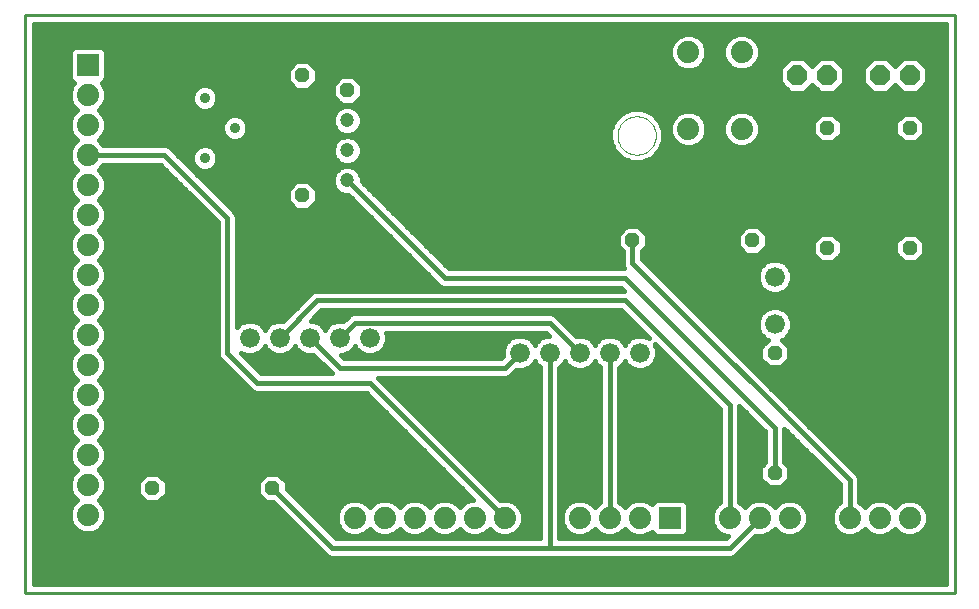
<source format=gtl>
G75*
G70*
%OFA0B0*%
%FSLAX24Y24*%
%IPPOS*%
%LPD*%
%AMOC8*
5,1,8,0,0,1.08239X$1,22.5*
%
%ADD10C,0.0100*%
%ADD11C,0.0360*%
%ADD12OC8,0.0480*%
%ADD13C,0.0660*%
%ADD14OC8,0.0472*%
%ADD15C,0.0472*%
%ADD16C,0.0000*%
%ADD17C,0.0740*%
%ADD18R,0.0740X0.0740*%
%ADD19OC8,0.0660*%
%ADD20C,0.0160*%
D10*
X004500Y000180D02*
X035500Y000180D01*
X035500Y019430D01*
X004500Y019430D01*
X004500Y000180D01*
D11*
X010500Y014680D03*
X011500Y015680D03*
X010500Y016680D03*
D12*
X013750Y017430D03*
X013750Y013430D03*
X024750Y011930D03*
X028750Y011930D03*
X031250Y011680D03*
X034000Y011680D03*
X029500Y008180D03*
X029500Y004180D03*
X012750Y003680D03*
X008750Y003680D03*
X031250Y015680D03*
X034000Y015680D03*
D13*
X029500Y010717D03*
X029500Y009143D03*
X025000Y008180D03*
X024000Y008180D03*
X023000Y008180D03*
X022000Y008180D03*
X021000Y008180D03*
X016000Y008680D03*
X015000Y008680D03*
X014000Y008680D03*
X013000Y008680D03*
X012000Y008680D03*
D14*
X015250Y016930D03*
D15*
X015250Y015930D03*
X015250Y014930D03*
X015250Y013930D03*
D16*
X024256Y015430D02*
X024258Y015480D01*
X024264Y015530D01*
X024274Y015579D01*
X024287Y015628D01*
X024305Y015675D01*
X024326Y015721D01*
X024350Y015764D01*
X024378Y015806D01*
X024409Y015846D01*
X024443Y015883D01*
X024480Y015917D01*
X024520Y015948D01*
X024562Y015976D01*
X024605Y016000D01*
X024651Y016021D01*
X024698Y016039D01*
X024747Y016052D01*
X024796Y016062D01*
X024846Y016068D01*
X024896Y016070D01*
X024946Y016068D01*
X024996Y016062D01*
X025045Y016052D01*
X025094Y016039D01*
X025141Y016021D01*
X025187Y016000D01*
X025230Y015976D01*
X025272Y015948D01*
X025312Y015917D01*
X025349Y015883D01*
X025383Y015846D01*
X025414Y015806D01*
X025442Y015764D01*
X025466Y015721D01*
X025487Y015675D01*
X025505Y015628D01*
X025518Y015579D01*
X025528Y015530D01*
X025534Y015480D01*
X025536Y015430D01*
X025534Y015380D01*
X025528Y015330D01*
X025518Y015281D01*
X025505Y015232D01*
X025487Y015185D01*
X025466Y015139D01*
X025442Y015096D01*
X025414Y015054D01*
X025383Y015014D01*
X025349Y014977D01*
X025312Y014943D01*
X025272Y014912D01*
X025230Y014884D01*
X025187Y014860D01*
X025141Y014839D01*
X025094Y014821D01*
X025045Y014808D01*
X024996Y014798D01*
X024946Y014792D01*
X024896Y014790D01*
X024846Y014792D01*
X024796Y014798D01*
X024747Y014808D01*
X024698Y014821D01*
X024651Y014839D01*
X024605Y014860D01*
X024562Y014884D01*
X024520Y014912D01*
X024480Y014943D01*
X024443Y014977D01*
X024409Y015014D01*
X024378Y015054D01*
X024350Y015096D01*
X024326Y015139D01*
X024305Y015185D01*
X024287Y015232D01*
X024274Y015281D01*
X024264Y015330D01*
X024258Y015380D01*
X024256Y015430D01*
D17*
X026610Y015650D03*
X028390Y015650D03*
X028390Y018210D03*
X026610Y018210D03*
X006602Y016778D03*
X006602Y015778D03*
X006602Y014778D03*
X006602Y013778D03*
X006602Y012778D03*
X006602Y011778D03*
X006602Y010778D03*
X006602Y009778D03*
X006602Y008778D03*
X006602Y007778D03*
X006602Y006778D03*
X006602Y005778D03*
X006602Y004778D03*
X006602Y003778D03*
X006602Y002778D03*
X015500Y002680D03*
X016500Y002680D03*
X017500Y002680D03*
X018500Y002680D03*
X019500Y002680D03*
X020500Y002680D03*
X023000Y002680D03*
X024000Y002680D03*
X025000Y002680D03*
X028000Y002680D03*
X029000Y002680D03*
X030000Y002680D03*
X032000Y002680D03*
X033000Y002680D03*
X034000Y002680D03*
D18*
X026000Y002680D03*
X006602Y017778D03*
D19*
X030250Y017430D03*
X031250Y017430D03*
X033000Y017430D03*
X034000Y017430D03*
D20*
X034570Y017457D02*
X035210Y017457D01*
X035210Y017615D02*
X034570Y017615D01*
X034570Y017666D02*
X034236Y018000D01*
X033764Y018000D01*
X033500Y017736D01*
X033236Y018000D01*
X032764Y018000D01*
X032430Y017666D01*
X032430Y017194D01*
X032764Y016860D01*
X033236Y016860D01*
X033500Y017124D01*
X033764Y016860D01*
X034236Y016860D01*
X034570Y017194D01*
X034570Y017666D01*
X034463Y017774D02*
X035210Y017774D01*
X035210Y017932D02*
X034304Y017932D01*
X033696Y017932D02*
X033304Y017932D01*
X033463Y017774D02*
X033537Y017774D01*
X032696Y017932D02*
X031554Y017932D01*
X031486Y018000D02*
X031014Y018000D01*
X030750Y017736D01*
X030486Y018000D01*
X030014Y018000D01*
X029680Y017666D01*
X029680Y017194D01*
X030014Y016860D01*
X030486Y016860D01*
X030750Y017124D01*
X031014Y016860D01*
X031486Y016860D01*
X031820Y017194D01*
X031820Y017666D01*
X031486Y018000D01*
X031713Y017774D02*
X032537Y017774D01*
X032430Y017615D02*
X031820Y017615D01*
X031820Y017457D02*
X032430Y017457D01*
X032430Y017298D02*
X031820Y017298D01*
X031766Y017140D02*
X032484Y017140D01*
X032643Y016981D02*
X031607Y016981D01*
X030893Y016981D02*
X030607Y016981D01*
X029893Y016981D02*
X015726Y016981D01*
X015726Y017127D02*
X015726Y016733D01*
X015447Y016454D01*
X015053Y016454D01*
X014774Y016733D01*
X014774Y017127D01*
X015053Y017406D01*
X015447Y017406D01*
X015726Y017127D01*
X015714Y017140D02*
X029734Y017140D01*
X029680Y017298D02*
X015555Y017298D01*
X014945Y017298D02*
X014230Y017298D01*
X014230Y017231D02*
X013949Y016950D01*
X013551Y016950D01*
X013270Y017231D01*
X013270Y017629D01*
X013551Y017910D01*
X013949Y017910D01*
X014230Y017629D01*
X014230Y017231D01*
X014138Y017140D02*
X014786Y017140D01*
X014774Y016981D02*
X013980Y016981D01*
X013520Y016981D02*
X010793Y016981D01*
X010738Y017036D02*
X010584Y017100D01*
X010416Y017100D01*
X010262Y017036D01*
X010144Y016918D01*
X010080Y016764D01*
X010080Y016596D01*
X010144Y016442D01*
X010262Y016324D01*
X010416Y016260D01*
X010584Y016260D01*
X010738Y016324D01*
X010856Y016442D01*
X010920Y016596D01*
X010920Y016764D01*
X010856Y016918D01*
X010738Y017036D01*
X010896Y016823D02*
X014774Y016823D01*
X014842Y016664D02*
X010920Y016664D01*
X010882Y016506D02*
X015001Y016506D01*
X015012Y016347D02*
X010761Y016347D01*
X011262Y016036D02*
X011416Y016100D01*
X011584Y016100D01*
X011738Y016036D01*
X011856Y015918D01*
X011920Y015764D01*
X011920Y015596D01*
X011856Y015442D01*
X011738Y015324D01*
X011584Y015260D01*
X011416Y015260D01*
X011262Y015324D01*
X011144Y015442D01*
X011080Y015596D01*
X011080Y015764D01*
X011144Y015918D01*
X011262Y016036D01*
X011256Y016030D02*
X007158Y016030D01*
X007119Y016124D02*
X007212Y015900D01*
X007212Y015657D01*
X007119Y015433D01*
X006965Y015278D01*
X007119Y015124D01*
X007130Y015098D01*
X009215Y015098D01*
X009333Y015050D01*
X009423Y014960D01*
X009423Y014960D01*
X011431Y012951D01*
X011521Y012861D01*
X011570Y012744D01*
X011570Y009056D01*
X011677Y009163D01*
X011887Y009250D01*
X012113Y009250D01*
X012323Y009163D01*
X012483Y009003D01*
X012500Y008962D01*
X012517Y009003D01*
X012677Y009163D01*
X012887Y009250D01*
X013113Y009250D01*
X013116Y009249D01*
X013979Y010111D01*
X014069Y010201D01*
X014186Y010250D01*
X024477Y010250D01*
X024367Y010360D01*
X018436Y010360D01*
X018319Y010409D01*
X015274Y013454D01*
X015155Y013454D01*
X014980Y013526D01*
X014846Y013660D01*
X014774Y013835D01*
X014774Y014025D01*
X014846Y014200D01*
X014980Y014334D01*
X015155Y014406D01*
X015345Y014406D01*
X015520Y014334D01*
X015654Y014200D01*
X015726Y014025D01*
X015726Y013906D01*
X018633Y011000D01*
X024478Y011000D01*
X024430Y011116D01*
X024430Y011571D01*
X024270Y011731D01*
X024270Y012129D01*
X024551Y012410D01*
X024949Y012410D01*
X025230Y012129D01*
X025230Y011731D01*
X025070Y011571D01*
X025070Y011313D01*
X032181Y004201D01*
X032271Y004111D01*
X032320Y003994D01*
X032320Y003208D01*
X032346Y003197D01*
X032500Y003043D01*
X032654Y003197D01*
X032879Y003290D01*
X033121Y003290D01*
X033346Y003197D01*
X033500Y003043D01*
X033654Y003197D01*
X033879Y003290D01*
X034121Y003290D01*
X034346Y003197D01*
X034517Y003026D01*
X034610Y002801D01*
X034610Y002559D01*
X034517Y002334D01*
X034346Y002163D01*
X034121Y002070D01*
X033879Y002070D01*
X033654Y002163D01*
X033500Y002317D01*
X033346Y002163D01*
X033121Y002070D01*
X032879Y002070D01*
X032654Y002163D01*
X032500Y002317D01*
X032346Y002163D01*
X032121Y002070D01*
X031879Y002070D01*
X031654Y002163D01*
X031483Y002334D01*
X031390Y002559D01*
X031390Y002801D01*
X031483Y003026D01*
X031654Y003197D01*
X031680Y003208D01*
X031680Y003797D01*
X029820Y005657D01*
X029820Y004539D01*
X029980Y004379D01*
X029980Y003981D01*
X029699Y003700D01*
X029301Y003700D01*
X029020Y003981D01*
X029020Y004379D01*
X029180Y004539D01*
X029180Y005547D01*
X028320Y006407D01*
X028320Y003208D01*
X028346Y003197D01*
X028500Y003043D01*
X028654Y003197D01*
X028879Y003290D01*
X029121Y003290D01*
X029346Y003197D01*
X029500Y003043D01*
X029654Y003197D01*
X029879Y003290D01*
X030121Y003290D01*
X030346Y003197D01*
X030517Y003026D01*
X030610Y002801D01*
X030610Y002559D01*
X030517Y002334D01*
X030346Y002163D01*
X030121Y002070D01*
X029879Y002070D01*
X029654Y002163D01*
X029500Y002317D01*
X029346Y002163D01*
X029121Y002070D01*
X028879Y002070D01*
X028853Y002081D01*
X028271Y001499D01*
X028181Y001409D01*
X028064Y001360D01*
X014686Y001360D01*
X014569Y001409D01*
X014479Y001499D01*
X012777Y003200D01*
X012551Y003200D01*
X012270Y003481D01*
X012270Y003879D01*
X012551Y004160D01*
X012949Y004160D01*
X013230Y003879D01*
X013230Y003653D01*
X014883Y002000D01*
X021680Y002000D01*
X021680Y007696D01*
X021677Y007697D01*
X021517Y007857D01*
X021500Y007898D01*
X021483Y007857D01*
X021323Y007697D01*
X021113Y007610D01*
X020887Y007610D01*
X020884Y007611D01*
X020771Y007499D01*
X020681Y007409D01*
X020564Y007360D01*
X016273Y007360D01*
X020353Y003279D01*
X020379Y003290D01*
X020621Y003290D01*
X020846Y003197D01*
X021017Y003026D01*
X021110Y002801D01*
X021110Y002559D01*
X021017Y002334D01*
X020846Y002163D01*
X020621Y002070D01*
X020379Y002070D01*
X020154Y002163D01*
X020000Y002317D01*
X019846Y002163D01*
X019621Y002070D01*
X019379Y002070D01*
X019154Y002163D01*
X019000Y002317D01*
X018846Y002163D01*
X018621Y002070D01*
X018379Y002070D01*
X018154Y002163D01*
X018000Y002317D01*
X017846Y002163D01*
X017621Y002070D01*
X017379Y002070D01*
X017154Y002163D01*
X017000Y002317D01*
X016846Y002163D01*
X016621Y002070D01*
X016379Y002070D01*
X016154Y002163D01*
X016000Y002317D01*
X015846Y002163D01*
X015621Y002070D01*
X015379Y002070D01*
X015154Y002163D01*
X014983Y002334D01*
X014890Y002559D01*
X014890Y002801D01*
X014983Y003026D01*
X015154Y003197D01*
X015379Y003290D01*
X015621Y003290D01*
X015846Y003197D01*
X016000Y003043D01*
X016154Y003197D01*
X016379Y003290D01*
X016621Y003290D01*
X016846Y003197D01*
X017000Y003043D01*
X017154Y003197D01*
X017379Y003290D01*
X017621Y003290D01*
X017846Y003197D01*
X018000Y003043D01*
X018154Y003197D01*
X018379Y003290D01*
X018621Y003290D01*
X018846Y003197D01*
X019000Y003043D01*
X019154Y003197D01*
X019379Y003290D01*
X019437Y003290D01*
X015867Y006860D01*
X012186Y006860D01*
X012069Y006909D01*
X011979Y006999D01*
X010979Y007999D01*
X010930Y008116D01*
X010930Y012547D01*
X009019Y014458D01*
X007130Y014458D01*
X007119Y014433D01*
X006965Y014278D01*
X007119Y014124D01*
X007212Y013900D01*
X007212Y013657D01*
X007119Y013433D01*
X006965Y013278D01*
X007119Y013124D01*
X007212Y012900D01*
X007212Y012657D01*
X007119Y012433D01*
X006965Y012278D01*
X007119Y012124D01*
X007212Y011900D01*
X007212Y011657D01*
X007119Y011433D01*
X006965Y011278D01*
X007119Y011124D01*
X007212Y010900D01*
X007212Y010657D01*
X007119Y010433D01*
X006965Y010278D01*
X007119Y010124D01*
X007212Y009900D01*
X007212Y009657D01*
X007119Y009433D01*
X006965Y009278D01*
X007119Y009124D01*
X007212Y008900D01*
X007212Y008657D01*
X007119Y008433D01*
X006965Y008278D01*
X007119Y008124D01*
X007212Y007900D01*
X007212Y007657D01*
X007119Y007433D01*
X006965Y007278D01*
X007119Y007124D01*
X007212Y006900D01*
X007212Y006657D01*
X007119Y006433D01*
X006965Y006278D01*
X007119Y006124D01*
X007212Y005900D01*
X007212Y005657D01*
X007119Y005433D01*
X006965Y005278D01*
X007119Y005124D01*
X007212Y004900D01*
X007212Y004657D01*
X007119Y004433D01*
X006965Y004278D01*
X007119Y004124D01*
X007212Y003900D01*
X007212Y003657D01*
X007119Y003433D01*
X006965Y003278D01*
X007119Y003124D01*
X007212Y002900D01*
X007212Y002657D01*
X007119Y002433D01*
X006948Y002261D01*
X006724Y002168D01*
X006481Y002168D01*
X006257Y002261D01*
X006085Y002433D01*
X005992Y002657D01*
X005992Y002900D01*
X006085Y003124D01*
X006240Y003278D01*
X006085Y003433D01*
X005992Y003657D01*
X005992Y003900D01*
X006085Y004124D01*
X006240Y004278D01*
X006085Y004433D01*
X005992Y004657D01*
X005992Y004900D01*
X006085Y005124D01*
X006240Y005278D01*
X006085Y005433D01*
X005992Y005657D01*
X005992Y005900D01*
X006085Y006124D01*
X006240Y006278D01*
X006085Y006433D01*
X005992Y006657D01*
X005992Y006900D01*
X006085Y007124D01*
X006240Y007278D01*
X006085Y007433D01*
X005992Y007657D01*
X005992Y007900D01*
X006085Y008124D01*
X006240Y008278D01*
X006085Y008433D01*
X005992Y008657D01*
X005992Y008900D01*
X006085Y009124D01*
X006240Y009278D01*
X006085Y009433D01*
X005992Y009657D01*
X005992Y009900D01*
X006085Y010124D01*
X006240Y010278D01*
X006085Y010433D01*
X005992Y010657D01*
X005992Y010900D01*
X006085Y011124D01*
X006240Y011278D01*
X006085Y011433D01*
X005992Y011657D01*
X005992Y011900D01*
X006085Y012124D01*
X006240Y012278D01*
X006085Y012433D01*
X005992Y012657D01*
X005992Y012900D01*
X006085Y013124D01*
X006240Y013278D01*
X006085Y013433D01*
X005992Y013657D01*
X005992Y013900D01*
X006085Y014124D01*
X006240Y014278D01*
X006085Y014433D01*
X005992Y014657D01*
X005992Y014900D01*
X006085Y015124D01*
X006240Y015278D01*
X006085Y015433D01*
X005992Y015657D01*
X005992Y015900D01*
X006085Y016124D01*
X006240Y016278D01*
X006085Y016433D01*
X005992Y016657D01*
X005992Y016900D01*
X006085Y017124D01*
X006146Y017185D01*
X006096Y017205D01*
X006029Y017272D01*
X005992Y017361D01*
X005992Y018196D01*
X006029Y018284D01*
X006096Y018352D01*
X006185Y018388D01*
X007020Y018388D01*
X007108Y018352D01*
X007176Y018284D01*
X007212Y018196D01*
X007212Y017361D01*
X007176Y017272D01*
X007108Y017205D01*
X007059Y017185D01*
X007119Y017124D01*
X007212Y016900D01*
X007212Y016657D01*
X007119Y016433D01*
X006965Y016278D01*
X007119Y016124D01*
X007055Y016189D02*
X014842Y016189D01*
X014846Y016200D02*
X014774Y016025D01*
X014774Y015835D01*
X014846Y015660D01*
X014980Y015526D01*
X015155Y015454D01*
X015345Y015454D01*
X015520Y015526D01*
X015654Y015660D01*
X015726Y015835D01*
X015726Y016025D01*
X015654Y016200D01*
X015520Y016334D01*
X015345Y016406D01*
X015155Y016406D01*
X014980Y016334D01*
X014846Y016200D01*
X014776Y016030D02*
X011744Y016030D01*
X011875Y015872D02*
X014774Y015872D01*
X014824Y015713D02*
X011920Y015713D01*
X011903Y015555D02*
X014952Y015555D01*
X014980Y015334D02*
X014846Y015200D01*
X014774Y015025D01*
X014774Y014835D01*
X014846Y014660D01*
X014980Y014526D01*
X015155Y014454D01*
X015345Y014454D01*
X015520Y014526D01*
X015654Y014660D01*
X015726Y014835D01*
X015726Y015025D01*
X015654Y015200D01*
X015520Y015334D01*
X015345Y015406D01*
X015155Y015406D01*
X014980Y015334D01*
X014884Y015238D02*
X007006Y015238D01*
X007083Y015396D02*
X011190Y015396D01*
X011097Y015555D02*
X007170Y015555D01*
X007212Y015713D02*
X011080Y015713D01*
X011125Y015872D02*
X007212Y015872D01*
X007034Y016347D02*
X010239Y016347D01*
X010118Y016506D02*
X007150Y016506D01*
X007212Y016664D02*
X010080Y016664D01*
X010104Y016823D02*
X007212Y016823D01*
X007179Y016981D02*
X010207Y016981D01*
X011810Y015396D02*
X015131Y015396D01*
X015369Y015396D02*
X024016Y015396D01*
X024016Y015255D02*
X024150Y014932D01*
X024397Y014684D01*
X024721Y014550D01*
X025071Y014550D01*
X025394Y014684D01*
X025641Y014932D01*
X025775Y015255D01*
X025775Y015605D01*
X025641Y015928D01*
X025394Y016176D01*
X025071Y016310D01*
X024721Y016310D01*
X024397Y016176D01*
X024150Y015928D01*
X024016Y015605D01*
X024016Y015255D01*
X024023Y015238D02*
X015616Y015238D01*
X015704Y015079D02*
X024089Y015079D01*
X024161Y014921D02*
X015726Y014921D01*
X015696Y014762D02*
X024319Y014762D01*
X024592Y014604D02*
X015597Y014604D01*
X015567Y014287D02*
X035210Y014287D01*
X035210Y014445D02*
X010857Y014445D01*
X010856Y014442D02*
X010920Y014596D01*
X010920Y014764D01*
X010856Y014918D01*
X010738Y015036D01*
X010584Y015100D01*
X010416Y015100D01*
X010262Y015036D01*
X010144Y014918D01*
X010080Y014764D01*
X010080Y014596D01*
X010144Y014442D01*
X010262Y014324D01*
X010416Y014260D01*
X010584Y014260D01*
X010738Y014324D01*
X010856Y014442D01*
X010920Y014604D02*
X014903Y014604D01*
X014804Y014762D02*
X010920Y014762D01*
X010853Y014921D02*
X014774Y014921D01*
X014796Y015079D02*
X010634Y015079D01*
X010366Y015079D02*
X009262Y015079D01*
X009462Y014921D02*
X010147Y014921D01*
X010080Y014762D02*
X009621Y014762D01*
X009779Y014604D02*
X010080Y014604D01*
X010143Y014445D02*
X009938Y014445D01*
X010096Y014287D02*
X010352Y014287D01*
X010255Y014128D02*
X014817Y014128D01*
X014774Y013970D02*
X010413Y013970D01*
X010572Y013811D02*
X013452Y013811D01*
X013551Y013910D02*
X013270Y013629D01*
X013270Y013231D01*
X013551Y012950D01*
X013949Y012950D01*
X014230Y013231D01*
X014230Y013629D01*
X013949Y013910D01*
X013551Y013910D01*
X013294Y013653D02*
X010730Y013653D01*
X010889Y013494D02*
X013270Y013494D01*
X013270Y013336D02*
X011047Y013336D01*
X011206Y013177D02*
X013324Y013177D01*
X013483Y013019D02*
X011364Y013019D01*
X011522Y012860D02*
X015867Y012860D01*
X015709Y013019D02*
X014017Y013019D01*
X014176Y013177D02*
X015550Y013177D01*
X015392Y013336D02*
X014230Y013336D01*
X014230Y013494D02*
X015058Y013494D01*
X014854Y013653D02*
X014206Y013653D01*
X014048Y013811D02*
X014784Y013811D01*
X015250Y013930D02*
X018500Y010680D01*
X024500Y010680D01*
X029500Y005680D01*
X029500Y004180D01*
X029020Y004143D02*
X028320Y004143D01*
X028320Y004301D02*
X029020Y004301D01*
X029101Y004460D02*
X028320Y004460D01*
X028320Y004618D02*
X029180Y004618D01*
X029180Y004777D02*
X028320Y004777D01*
X028320Y004935D02*
X029180Y004935D01*
X029180Y005094D02*
X028320Y005094D01*
X028320Y005252D02*
X029180Y005252D01*
X029180Y005411D02*
X028320Y005411D01*
X028320Y005569D02*
X029158Y005569D01*
X029000Y005728D02*
X028320Y005728D01*
X028320Y005886D02*
X028841Y005886D01*
X028683Y006045D02*
X028320Y006045D01*
X028320Y006203D02*
X028524Y006203D01*
X028366Y006362D02*
X028320Y006362D01*
X028000Y006430D02*
X028000Y002680D01*
X027577Y002241D02*
X026601Y002241D01*
X026610Y002262D02*
X026610Y003098D01*
X026573Y003186D01*
X026506Y003253D01*
X026418Y003290D01*
X025582Y003290D01*
X025494Y003253D01*
X025427Y003186D01*
X025406Y003137D01*
X025346Y003197D01*
X025121Y003290D01*
X024879Y003290D01*
X024654Y003197D01*
X024500Y003043D01*
X024346Y003197D01*
X024320Y003208D01*
X024320Y007696D01*
X024323Y007697D01*
X024483Y007857D01*
X024500Y007898D01*
X024517Y007857D01*
X024677Y007697D01*
X024887Y007610D01*
X025113Y007610D01*
X025323Y007697D01*
X025483Y007857D01*
X025570Y008067D01*
X025570Y008293D01*
X025489Y008488D01*
X027680Y006297D01*
X027680Y003208D01*
X027654Y003197D01*
X027483Y003026D01*
X027390Y002801D01*
X027390Y002559D01*
X027483Y002334D01*
X027654Y002163D01*
X027879Y002070D01*
X027937Y002070D01*
X027867Y002000D01*
X022320Y002000D01*
X022320Y007696D01*
X022323Y007697D01*
X022483Y007857D01*
X022500Y007898D01*
X022517Y007857D01*
X022677Y007697D01*
X022887Y007610D01*
X023113Y007610D01*
X023323Y007697D01*
X023483Y007857D01*
X023500Y007898D01*
X023517Y007857D01*
X023677Y007697D01*
X023680Y007696D01*
X023680Y003208D01*
X023654Y003197D01*
X023500Y003043D01*
X023346Y003197D01*
X023121Y003290D01*
X022879Y003290D01*
X022654Y003197D01*
X022483Y003026D01*
X022390Y002801D01*
X022390Y002559D01*
X022483Y002334D01*
X022654Y002163D01*
X022879Y002070D01*
X023121Y002070D01*
X023346Y002163D01*
X023500Y002317D01*
X023654Y002163D01*
X023879Y002070D01*
X024121Y002070D01*
X024346Y002163D01*
X024500Y002317D01*
X024654Y002163D01*
X024879Y002070D01*
X025121Y002070D01*
X025346Y002163D01*
X025406Y002223D01*
X025427Y002174D01*
X025494Y002107D01*
X025582Y002070D01*
X026418Y002070D01*
X026506Y002107D01*
X026573Y002174D01*
X026610Y002262D01*
X026610Y002399D02*
X027456Y002399D01*
X027390Y002558D02*
X026610Y002558D01*
X026610Y002716D02*
X027390Y002716D01*
X027420Y002875D02*
X026610Y002875D01*
X026610Y003033D02*
X027490Y003033D01*
X027649Y003192D02*
X026568Y003192D01*
X027680Y003350D02*
X024320Y003350D01*
X024320Y003509D02*
X027680Y003509D01*
X027680Y003667D02*
X024320Y003667D01*
X024320Y003826D02*
X027680Y003826D01*
X027680Y003984D02*
X024320Y003984D01*
X024320Y004143D02*
X027680Y004143D01*
X027680Y004301D02*
X024320Y004301D01*
X024320Y004460D02*
X027680Y004460D01*
X027680Y004618D02*
X024320Y004618D01*
X024320Y004777D02*
X027680Y004777D01*
X027680Y004935D02*
X024320Y004935D01*
X024320Y005094D02*
X027680Y005094D01*
X027680Y005252D02*
X024320Y005252D01*
X024320Y005411D02*
X027680Y005411D01*
X027680Y005569D02*
X024320Y005569D01*
X024320Y005728D02*
X027680Y005728D01*
X027680Y005886D02*
X024320Y005886D01*
X024320Y006045D02*
X027680Y006045D01*
X027680Y006203D02*
X024320Y006203D01*
X024320Y006362D02*
X027616Y006362D01*
X027457Y006520D02*
X024320Y006520D01*
X024320Y006679D02*
X027299Y006679D01*
X027140Y006837D02*
X024320Y006837D01*
X024320Y006996D02*
X026982Y006996D01*
X026823Y007154D02*
X024320Y007154D01*
X024320Y007313D02*
X026665Y007313D01*
X026506Y007471D02*
X024320Y007471D01*
X024320Y007630D02*
X024840Y007630D01*
X024586Y007788D02*
X024414Y007788D01*
X024000Y008180D02*
X024000Y002680D01*
X024423Y002241D02*
X024577Y002241D01*
X024850Y002082D02*
X024150Y002082D01*
X023850Y002082D02*
X023150Y002082D01*
X022850Y002082D02*
X022320Y002082D01*
X022320Y002241D02*
X022577Y002241D01*
X022456Y002399D02*
X022320Y002399D01*
X022320Y002558D02*
X022390Y002558D01*
X022390Y002716D02*
X022320Y002716D01*
X022320Y002875D02*
X022420Y002875D01*
X022490Y003033D02*
X022320Y003033D01*
X022320Y003192D02*
X022649Y003192D01*
X022320Y003350D02*
X023680Y003350D01*
X023680Y003509D02*
X022320Y003509D01*
X022320Y003667D02*
X023680Y003667D01*
X023680Y003826D02*
X022320Y003826D01*
X022320Y003984D02*
X023680Y003984D01*
X023680Y004143D02*
X022320Y004143D01*
X022320Y004301D02*
X023680Y004301D01*
X023680Y004460D02*
X022320Y004460D01*
X022320Y004618D02*
X023680Y004618D01*
X023680Y004777D02*
X022320Y004777D01*
X022320Y004935D02*
X023680Y004935D01*
X023680Y005094D02*
X022320Y005094D01*
X022320Y005252D02*
X023680Y005252D01*
X023680Y005411D02*
X022320Y005411D01*
X022320Y005569D02*
X023680Y005569D01*
X023680Y005728D02*
X022320Y005728D01*
X022320Y005886D02*
X023680Y005886D01*
X023680Y006045D02*
X022320Y006045D01*
X022320Y006203D02*
X023680Y006203D01*
X023680Y006362D02*
X022320Y006362D01*
X022320Y006520D02*
X023680Y006520D01*
X023680Y006679D02*
X022320Y006679D01*
X022320Y006837D02*
X023680Y006837D01*
X023680Y006996D02*
X022320Y006996D01*
X022320Y007154D02*
X023680Y007154D01*
X023680Y007313D02*
X022320Y007313D01*
X022320Y007471D02*
X023680Y007471D01*
X023680Y007630D02*
X023160Y007630D01*
X023414Y007788D02*
X023586Y007788D01*
X023000Y008180D02*
X022000Y009180D01*
X015500Y009180D01*
X015000Y008680D01*
X015390Y008264D02*
X015610Y008264D01*
X015677Y008197D02*
X015517Y008357D01*
X015500Y008398D01*
X015483Y008357D01*
X015323Y008197D01*
X015113Y008110D01*
X015023Y008110D01*
X015133Y008000D01*
X020367Y008000D01*
X020431Y008064D01*
X020430Y008067D01*
X020430Y008293D01*
X020517Y008503D01*
X020677Y008663D01*
X020887Y008750D01*
X021113Y008750D01*
X021323Y008663D01*
X021483Y008503D01*
X021500Y008462D01*
X021517Y008503D01*
X021677Y008663D01*
X021887Y008750D01*
X021977Y008750D01*
X021867Y008860D01*
X016542Y008860D01*
X016570Y008793D01*
X016570Y008567D01*
X016483Y008357D01*
X016323Y008197D01*
X016113Y008110D01*
X015887Y008110D01*
X015677Y008197D01*
X015028Y008105D02*
X020430Y008105D01*
X020430Y008264D02*
X016390Y008264D01*
X016510Y008422D02*
X020483Y008422D01*
X020594Y008581D02*
X016570Y008581D01*
X016570Y008739D02*
X020860Y008739D01*
X021140Y008739D02*
X021860Y008739D01*
X021594Y008581D02*
X021406Y008581D01*
X021000Y008180D02*
X020500Y007680D01*
X015000Y007680D01*
X014000Y008680D01*
X014500Y008962D02*
X014483Y009003D01*
X014323Y009163D01*
X014113Y009250D01*
X014023Y009250D01*
X014383Y009610D01*
X024367Y009610D01*
X025308Y008669D01*
X025113Y008750D01*
X024887Y008750D01*
X024677Y008663D01*
X024517Y008503D01*
X024500Y008462D01*
X024483Y008503D01*
X024323Y008663D01*
X024113Y008750D01*
X023887Y008750D01*
X023677Y008663D01*
X023517Y008503D01*
X023500Y008462D01*
X023483Y008503D01*
X023323Y008663D01*
X023113Y008750D01*
X022887Y008750D01*
X022884Y008749D01*
X022181Y009451D01*
X022064Y009500D01*
X015436Y009500D01*
X015319Y009451D01*
X015229Y009361D01*
X015116Y009249D01*
X015113Y009250D01*
X014887Y009250D01*
X014677Y009163D01*
X014517Y009003D01*
X014500Y008962D01*
X014430Y009056D02*
X014570Y009056D01*
X014801Y009215D02*
X014199Y009215D01*
X014146Y009373D02*
X015240Y009373D01*
X014304Y009532D02*
X024446Y009532D01*
X024604Y009373D02*
X022260Y009373D01*
X022418Y009215D02*
X024763Y009215D01*
X024921Y009056D02*
X022577Y009056D01*
X022735Y008898D02*
X025080Y008898D01*
X025140Y008739D02*
X025238Y008739D01*
X024860Y008739D02*
X024140Y008739D01*
X023860Y008739D02*
X023140Y008739D01*
X023406Y008581D02*
X023594Y008581D01*
X024406Y008581D02*
X024594Y008581D01*
X025517Y008422D02*
X025555Y008422D01*
X025570Y008264D02*
X025714Y008264D01*
X025570Y008105D02*
X025872Y008105D01*
X026031Y007947D02*
X025520Y007947D01*
X025414Y007788D02*
X026189Y007788D01*
X026348Y007630D02*
X025160Y007630D01*
X022840Y007630D02*
X022320Y007630D01*
X022414Y007788D02*
X022586Y007788D01*
X022000Y008180D02*
X022000Y001680D01*
X028000Y001680D01*
X029000Y002680D01*
X029423Y002241D02*
X029577Y002241D01*
X029850Y002082D02*
X029150Y002082D01*
X028696Y001924D02*
X035210Y001924D01*
X035210Y002082D02*
X034150Y002082D01*
X033850Y002082D02*
X033150Y002082D01*
X032850Y002082D02*
X032150Y002082D01*
X031850Y002082D02*
X030150Y002082D01*
X030423Y002241D02*
X031577Y002241D01*
X031456Y002399D02*
X030544Y002399D01*
X030610Y002558D02*
X031390Y002558D01*
X031390Y002716D02*
X030610Y002716D01*
X030580Y002875D02*
X031420Y002875D01*
X031490Y003033D02*
X030510Y003033D01*
X030351Y003192D02*
X031649Y003192D01*
X031680Y003350D02*
X028320Y003350D01*
X028320Y003509D02*
X031680Y003509D01*
X031680Y003667D02*
X028320Y003667D01*
X028320Y003826D02*
X029176Y003826D01*
X029020Y003984D02*
X028320Y003984D01*
X028351Y003192D02*
X028649Y003192D01*
X029351Y003192D02*
X029649Y003192D01*
X029824Y003826D02*
X031652Y003826D01*
X031493Y003984D02*
X029980Y003984D01*
X029980Y004143D02*
X031335Y004143D01*
X031176Y004301D02*
X029980Y004301D01*
X029899Y004460D02*
X031018Y004460D01*
X030859Y004618D02*
X029820Y004618D01*
X029820Y004777D02*
X030701Y004777D01*
X030542Y004935D02*
X029820Y004935D01*
X029820Y005094D02*
X030384Y005094D01*
X030225Y005252D02*
X029820Y005252D01*
X029820Y005411D02*
X030067Y005411D01*
X029908Y005569D02*
X029820Y005569D01*
X030338Y006045D02*
X035210Y006045D01*
X035210Y006203D02*
X030180Y006203D01*
X030021Y006362D02*
X035210Y006362D01*
X035210Y006520D02*
X029863Y006520D01*
X029704Y006679D02*
X035210Y006679D01*
X035210Y006837D02*
X029546Y006837D01*
X029387Y006996D02*
X035210Y006996D01*
X035210Y007154D02*
X029229Y007154D01*
X029070Y007313D02*
X035210Y007313D01*
X035210Y007471D02*
X028912Y007471D01*
X028753Y007630D02*
X035210Y007630D01*
X035210Y007788D02*
X029787Y007788D01*
X029699Y007700D02*
X029980Y007981D01*
X029980Y008379D01*
X029736Y008623D01*
X029823Y008659D01*
X029983Y008820D01*
X030070Y009029D01*
X030070Y009256D01*
X029983Y009465D01*
X029823Y009626D01*
X029613Y009713D01*
X029387Y009713D01*
X029177Y009626D01*
X029017Y009465D01*
X028930Y009256D01*
X028930Y009029D01*
X029017Y008820D01*
X029177Y008659D01*
X029264Y008623D01*
X029020Y008379D01*
X029020Y007981D01*
X029301Y007700D01*
X029699Y007700D01*
X029945Y007947D02*
X035210Y007947D01*
X035210Y008105D02*
X029980Y008105D01*
X029980Y008264D02*
X035210Y008264D01*
X035210Y008422D02*
X029937Y008422D01*
X029778Y008581D02*
X035210Y008581D01*
X035210Y008739D02*
X029903Y008739D01*
X030015Y008898D02*
X035210Y008898D01*
X035210Y009056D02*
X030070Y009056D01*
X030070Y009215D02*
X035210Y009215D01*
X035210Y009373D02*
X030022Y009373D01*
X029917Y009532D02*
X035210Y009532D01*
X035210Y009690D02*
X029668Y009690D01*
X029332Y009690D02*
X026693Y009690D01*
X026851Y009532D02*
X029083Y009532D01*
X028978Y009373D02*
X027010Y009373D01*
X027168Y009215D02*
X028930Y009215D01*
X028930Y009056D02*
X027327Y009056D01*
X027485Y008898D02*
X028985Y008898D01*
X029097Y008739D02*
X027644Y008739D01*
X027802Y008581D02*
X029222Y008581D01*
X029063Y008422D02*
X027961Y008422D01*
X028119Y008264D02*
X029020Y008264D01*
X029020Y008105D02*
X028278Y008105D01*
X028436Y007947D02*
X029055Y007947D01*
X029213Y007788D02*
X028595Y007788D01*
X028000Y006430D02*
X024500Y009930D01*
X014250Y009930D01*
X013000Y008680D01*
X013390Y008264D02*
X013610Y008264D01*
X013677Y008197D02*
X013887Y008110D01*
X014113Y008110D01*
X014116Y008111D01*
X014727Y007500D01*
X012383Y007500D01*
X011692Y008191D01*
X011887Y008110D01*
X012113Y008110D01*
X012323Y008197D01*
X012483Y008357D01*
X012500Y008398D01*
X012517Y008357D01*
X012677Y008197D01*
X012887Y008110D01*
X013113Y008110D01*
X013323Y008197D01*
X013483Y008357D01*
X013500Y008398D01*
X013517Y008357D01*
X013677Y008197D01*
X014122Y008105D02*
X011778Y008105D01*
X011936Y007947D02*
X014281Y007947D01*
X014439Y007788D02*
X012095Y007788D01*
X012253Y007630D02*
X014598Y007630D01*
X016000Y007180D02*
X020500Y002680D01*
X021044Y002399D02*
X021680Y002399D01*
X021680Y002241D02*
X020923Y002241D01*
X020650Y002082D02*
X021680Y002082D01*
X022000Y001680D02*
X014750Y001680D01*
X012750Y003680D01*
X012270Y003667D02*
X009230Y003667D01*
X009230Y003509D02*
X012270Y003509D01*
X012401Y003350D02*
X009099Y003350D01*
X009230Y003481D02*
X008949Y003200D01*
X008551Y003200D01*
X008270Y003481D01*
X008270Y003879D01*
X008551Y004160D01*
X008949Y004160D01*
X009230Y003879D01*
X009230Y003481D01*
X009230Y003826D02*
X012270Y003826D01*
X012375Y003984D02*
X009125Y003984D01*
X008966Y004143D02*
X012534Y004143D01*
X012966Y004143D02*
X018585Y004143D01*
X018426Y004301D02*
X006988Y004301D01*
X007101Y004143D02*
X008534Y004143D01*
X008375Y003984D02*
X007177Y003984D01*
X007212Y003826D02*
X008270Y003826D01*
X008270Y003667D02*
X007212Y003667D01*
X007151Y003509D02*
X008270Y003509D01*
X008401Y003350D02*
X007037Y003350D01*
X007052Y003192D02*
X012786Y003192D01*
X012944Y003033D02*
X007157Y003033D01*
X007212Y002875D02*
X013103Y002875D01*
X013261Y002716D02*
X007212Y002716D01*
X007171Y002558D02*
X013420Y002558D01*
X013578Y002399D02*
X007086Y002399D01*
X006898Y002241D02*
X013737Y002241D01*
X013895Y002082D02*
X004790Y002082D01*
X004790Y001924D02*
X014054Y001924D01*
X014212Y001765D02*
X004790Y001765D01*
X004790Y001607D02*
X014371Y001607D01*
X014529Y001448D02*
X004790Y001448D01*
X004790Y001290D02*
X035210Y001290D01*
X035210Y001448D02*
X028221Y001448D01*
X028379Y001607D02*
X035210Y001607D01*
X035210Y001765D02*
X028538Y001765D01*
X027850Y002082D02*
X026447Y002082D01*
X025553Y002082D02*
X025150Y002082D01*
X023577Y002241D02*
X023423Y002241D01*
X023351Y003192D02*
X023649Y003192D01*
X024351Y003192D02*
X024649Y003192D01*
X025351Y003192D02*
X025432Y003192D01*
X021680Y003192D02*
X020851Y003192D01*
X021010Y003033D02*
X021680Y003033D01*
X021680Y002875D02*
X021080Y002875D01*
X021110Y002716D02*
X021680Y002716D01*
X021680Y002558D02*
X021110Y002558D01*
X020350Y002082D02*
X019650Y002082D01*
X019350Y002082D02*
X018650Y002082D01*
X018350Y002082D02*
X017650Y002082D01*
X017350Y002082D02*
X016650Y002082D01*
X016350Y002082D02*
X015650Y002082D01*
X015350Y002082D02*
X014801Y002082D01*
X014642Y002241D02*
X015077Y002241D01*
X014956Y002399D02*
X014484Y002399D01*
X014325Y002558D02*
X014890Y002558D01*
X014890Y002716D02*
X014167Y002716D01*
X014008Y002875D02*
X014920Y002875D01*
X014990Y003033D02*
X013850Y003033D01*
X013691Y003192D02*
X015149Y003192D01*
X015851Y003192D02*
X016149Y003192D01*
X016851Y003192D02*
X017149Y003192D01*
X017851Y003192D02*
X018149Y003192D01*
X018851Y003192D02*
X019149Y003192D01*
X019377Y003350D02*
X013533Y003350D01*
X013374Y003509D02*
X019219Y003509D01*
X019060Y003667D02*
X013230Y003667D01*
X013230Y003826D02*
X018902Y003826D01*
X018743Y003984D02*
X013125Y003984D01*
X015923Y002241D02*
X016077Y002241D01*
X016923Y002241D02*
X017077Y002241D01*
X017923Y002241D02*
X018077Y002241D01*
X018923Y002241D02*
X019077Y002241D01*
X019923Y002241D02*
X020077Y002241D01*
X020283Y003350D02*
X021680Y003350D01*
X021680Y003509D02*
X020124Y003509D01*
X019966Y003667D02*
X021680Y003667D01*
X021680Y003826D02*
X019807Y003826D01*
X019649Y003984D02*
X021680Y003984D01*
X021680Y004143D02*
X019490Y004143D01*
X019332Y004301D02*
X021680Y004301D01*
X021680Y004460D02*
X019173Y004460D01*
X019015Y004618D02*
X021680Y004618D01*
X021680Y004777D02*
X018856Y004777D01*
X018698Y004935D02*
X021680Y004935D01*
X021680Y005094D02*
X018539Y005094D01*
X018381Y005252D02*
X021680Y005252D01*
X021680Y005411D02*
X018222Y005411D01*
X018064Y005569D02*
X021680Y005569D01*
X021680Y005728D02*
X017905Y005728D01*
X017747Y005886D02*
X021680Y005886D01*
X021680Y006045D02*
X017588Y006045D01*
X017430Y006203D02*
X021680Y006203D01*
X021680Y006362D02*
X017271Y006362D01*
X017113Y006520D02*
X021680Y006520D01*
X021680Y006679D02*
X016954Y006679D01*
X016796Y006837D02*
X021680Y006837D01*
X021680Y006996D02*
X016637Y006996D01*
X016479Y007154D02*
X021680Y007154D01*
X021680Y007313D02*
X016320Y007313D01*
X016000Y007180D02*
X012250Y007180D01*
X011250Y008180D01*
X011250Y012680D01*
X009152Y014778D01*
X006602Y014778D01*
X006067Y015079D02*
X004790Y015079D01*
X004790Y014921D02*
X006001Y014921D01*
X005992Y014762D02*
X004790Y014762D01*
X004790Y014604D02*
X006015Y014604D01*
X006080Y014445D02*
X004790Y014445D01*
X004790Y014287D02*
X006232Y014287D01*
X006089Y014128D02*
X004790Y014128D01*
X004790Y013970D02*
X006021Y013970D01*
X005992Y013811D02*
X004790Y013811D01*
X004790Y013653D02*
X005994Y013653D01*
X006060Y013494D02*
X004790Y013494D01*
X004790Y013336D02*
X006183Y013336D01*
X006138Y013177D02*
X004790Y013177D01*
X004790Y013019D02*
X006042Y013019D01*
X005992Y012860D02*
X004790Y012860D01*
X004790Y012702D02*
X005992Y012702D01*
X006040Y012543D02*
X004790Y012543D01*
X004790Y012385D02*
X006134Y012385D01*
X006187Y012226D02*
X004790Y012226D01*
X004790Y012068D02*
X006062Y012068D01*
X005996Y011909D02*
X004790Y011909D01*
X004790Y011751D02*
X005992Y011751D01*
X006019Y011592D02*
X004790Y011592D01*
X004790Y011434D02*
X006085Y011434D01*
X006236Y011275D02*
X004790Y011275D01*
X004790Y011117D02*
X006082Y011117D01*
X006016Y010958D02*
X004790Y010958D01*
X004790Y010800D02*
X005992Y010800D01*
X005999Y010641D02*
X004790Y010641D01*
X004790Y010483D02*
X006065Y010483D01*
X006194Y010324D02*
X004790Y010324D01*
X004790Y010166D02*
X006127Y010166D01*
X006037Y010007D02*
X004790Y010007D01*
X004790Y009849D02*
X005992Y009849D01*
X005992Y009690D02*
X004790Y009690D01*
X004790Y009532D02*
X006044Y009532D01*
X006145Y009373D02*
X004790Y009373D01*
X004790Y009215D02*
X006176Y009215D01*
X006057Y009056D02*
X004790Y009056D01*
X004790Y008898D02*
X005992Y008898D01*
X005992Y008739D02*
X004790Y008739D01*
X004790Y008581D02*
X006024Y008581D01*
X006096Y008422D02*
X004790Y008422D01*
X004790Y008264D02*
X006225Y008264D01*
X006077Y008105D02*
X004790Y008105D01*
X004790Y007947D02*
X006012Y007947D01*
X005992Y007788D02*
X004790Y007788D01*
X004790Y007630D02*
X006004Y007630D01*
X006069Y007471D02*
X004790Y007471D01*
X004790Y007313D02*
X006206Y007313D01*
X006115Y007154D02*
X004790Y007154D01*
X004790Y006996D02*
X006032Y006996D01*
X005992Y006837D02*
X004790Y006837D01*
X004790Y006679D02*
X005992Y006679D01*
X006049Y006520D02*
X004790Y006520D01*
X004790Y006362D02*
X006157Y006362D01*
X006164Y006203D02*
X004790Y006203D01*
X004790Y006045D02*
X006052Y006045D01*
X005992Y005886D02*
X004790Y005886D01*
X004790Y005728D02*
X005992Y005728D01*
X006029Y005569D02*
X004790Y005569D01*
X004790Y005411D02*
X006108Y005411D01*
X006213Y005252D02*
X004790Y005252D01*
X004790Y005094D02*
X006073Y005094D01*
X006007Y004935D02*
X004790Y004935D01*
X004790Y004777D02*
X005992Y004777D01*
X006009Y004618D02*
X004790Y004618D01*
X004790Y004460D02*
X006074Y004460D01*
X006217Y004301D02*
X004790Y004301D01*
X004790Y004143D02*
X006104Y004143D01*
X006027Y003984D02*
X004790Y003984D01*
X004790Y003826D02*
X005992Y003826D01*
X005992Y003667D02*
X004790Y003667D01*
X004790Y003509D02*
X006054Y003509D01*
X006168Y003350D02*
X004790Y003350D01*
X004790Y003192D02*
X006153Y003192D01*
X006048Y003033D02*
X004790Y003033D01*
X004790Y002875D02*
X005992Y002875D01*
X005992Y002716D02*
X004790Y002716D01*
X004790Y002558D02*
X006034Y002558D01*
X006119Y002399D02*
X004790Y002399D01*
X004790Y002241D02*
X006307Y002241D01*
X004790Y001131D02*
X035210Y001131D01*
X035210Y000973D02*
X004790Y000973D01*
X004790Y000814D02*
X035210Y000814D01*
X035210Y000656D02*
X004790Y000656D01*
X004790Y000497D02*
X035210Y000497D01*
X035210Y000470D02*
X004790Y000470D01*
X004790Y019140D01*
X035210Y019140D01*
X035210Y000470D01*
X035210Y002241D02*
X034423Y002241D01*
X034544Y002399D02*
X035210Y002399D01*
X035210Y002558D02*
X034610Y002558D01*
X034610Y002716D02*
X035210Y002716D01*
X035210Y002875D02*
X034580Y002875D01*
X034510Y003033D02*
X035210Y003033D01*
X035210Y003192D02*
X034351Y003192D01*
X033649Y003192D02*
X033351Y003192D01*
X032649Y003192D02*
X032351Y003192D01*
X032320Y003350D02*
X035210Y003350D01*
X035210Y003509D02*
X032320Y003509D01*
X032320Y003667D02*
X035210Y003667D01*
X035210Y003826D02*
X032320Y003826D01*
X032320Y003984D02*
X035210Y003984D01*
X035210Y004143D02*
X032240Y004143D01*
X032082Y004301D02*
X035210Y004301D01*
X035210Y004460D02*
X031923Y004460D01*
X031765Y004618D02*
X035210Y004618D01*
X035210Y004777D02*
X031606Y004777D01*
X031448Y004935D02*
X035210Y004935D01*
X035210Y005094D02*
X031289Y005094D01*
X031131Y005252D02*
X035210Y005252D01*
X035210Y005411D02*
X030972Y005411D01*
X030814Y005569D02*
X035210Y005569D01*
X035210Y005728D02*
X030655Y005728D01*
X030497Y005886D02*
X035210Y005886D01*
X032000Y003930D02*
X032000Y002680D01*
X032423Y002241D02*
X032577Y002241D01*
X033423Y002241D02*
X033577Y002241D01*
X032000Y003930D02*
X024750Y011180D01*
X024750Y011930D01*
X025091Y011592D02*
X028409Y011592D01*
X028270Y011731D02*
X028551Y011450D01*
X028949Y011450D01*
X029230Y011731D01*
X029230Y012129D01*
X028949Y012410D01*
X028551Y012410D01*
X028270Y012129D01*
X028270Y011731D01*
X028270Y011751D02*
X025230Y011751D01*
X025230Y011909D02*
X028270Y011909D01*
X028270Y012068D02*
X025230Y012068D01*
X025133Y012226D02*
X028367Y012226D01*
X028526Y012385D02*
X024974Y012385D01*
X024526Y012385D02*
X017248Y012385D01*
X017090Y012543D02*
X035210Y012543D01*
X035210Y012385D02*
X028974Y012385D01*
X029133Y012226D02*
X035210Y012226D01*
X035210Y012068D02*
X034291Y012068D01*
X034199Y012160D02*
X033801Y012160D01*
X033520Y011879D01*
X033520Y011481D01*
X033801Y011200D01*
X034199Y011200D01*
X034480Y011481D01*
X034480Y011879D01*
X034199Y012160D01*
X033709Y012068D02*
X031541Y012068D01*
X031449Y012160D02*
X031051Y012160D01*
X030770Y011879D01*
X030770Y011481D01*
X031051Y011200D01*
X031449Y011200D01*
X031730Y011481D01*
X031730Y011879D01*
X031449Y012160D01*
X031700Y011909D02*
X033550Y011909D01*
X033520Y011751D02*
X031730Y011751D01*
X031730Y011592D02*
X033520Y011592D01*
X033568Y011434D02*
X031682Y011434D01*
X031524Y011275D02*
X033726Y011275D01*
X034274Y011275D02*
X035210Y011275D01*
X035210Y011117D02*
X029907Y011117D01*
X029983Y011040D02*
X029823Y011201D01*
X029613Y011287D01*
X029387Y011287D01*
X029177Y011201D01*
X029017Y011040D01*
X028930Y010831D01*
X028930Y010604D01*
X029017Y010395D01*
X029177Y010234D01*
X029387Y010147D01*
X029613Y010147D01*
X029823Y010234D01*
X029983Y010395D01*
X030070Y010604D01*
X030070Y010831D01*
X029983Y011040D01*
X030017Y010958D02*
X035210Y010958D01*
X035210Y010800D02*
X030070Y010800D01*
X030070Y010641D02*
X035210Y010641D01*
X035210Y010483D02*
X030020Y010483D01*
X029913Y010324D02*
X035210Y010324D01*
X035210Y010166D02*
X029657Y010166D01*
X029343Y010166D02*
X026217Y010166D01*
X026059Y010324D02*
X029087Y010324D01*
X028980Y010483D02*
X025900Y010483D01*
X025742Y010641D02*
X028930Y010641D01*
X028930Y010800D02*
X025583Y010800D01*
X025425Y010958D02*
X028983Y010958D01*
X029093Y011117D02*
X025266Y011117D01*
X025108Y011275D02*
X029357Y011275D01*
X029643Y011275D02*
X030976Y011275D01*
X030818Y011434D02*
X025070Y011434D01*
X024430Y011434D02*
X018199Y011434D01*
X018041Y011592D02*
X024409Y011592D01*
X024270Y011751D02*
X017882Y011751D01*
X017724Y011909D02*
X024270Y011909D01*
X024270Y012068D02*
X017565Y012068D01*
X017407Y012226D02*
X024367Y012226D01*
X024430Y011275D02*
X018358Y011275D01*
X018516Y011117D02*
X024430Y011117D01*
X024403Y010324D02*
X011570Y010324D01*
X011570Y010166D02*
X014033Y010166D01*
X013874Y010007D02*
X011570Y010007D01*
X011570Y009849D02*
X013716Y009849D01*
X013557Y009690D02*
X011570Y009690D01*
X011570Y009532D02*
X013399Y009532D01*
X013240Y009373D02*
X011570Y009373D01*
X011570Y009215D02*
X011801Y009215D01*
X012199Y009215D02*
X012801Y009215D01*
X012570Y009056D02*
X012430Y009056D01*
X012390Y008264D02*
X012610Y008264D01*
X011506Y007471D02*
X007135Y007471D01*
X007201Y007630D02*
X011348Y007630D01*
X011189Y007788D02*
X007212Y007788D01*
X007193Y007947D02*
X011031Y007947D01*
X010935Y008105D02*
X007127Y008105D01*
X006980Y008264D02*
X010930Y008264D01*
X010930Y008422D02*
X007109Y008422D01*
X007181Y008581D02*
X010930Y008581D01*
X010930Y008739D02*
X007212Y008739D01*
X007212Y008898D02*
X010930Y008898D01*
X010930Y009056D02*
X007148Y009056D01*
X007029Y009215D02*
X010930Y009215D01*
X010930Y009373D02*
X007060Y009373D01*
X007160Y009532D02*
X010930Y009532D01*
X010930Y009690D02*
X007212Y009690D01*
X007212Y009849D02*
X010930Y009849D01*
X010930Y010007D02*
X007168Y010007D01*
X007078Y010166D02*
X010930Y010166D01*
X010930Y010324D02*
X007011Y010324D01*
X007140Y010483D02*
X010930Y010483D01*
X010930Y010641D02*
X007206Y010641D01*
X007212Y010800D02*
X010930Y010800D01*
X010930Y010958D02*
X007188Y010958D01*
X007123Y011117D02*
X010930Y011117D01*
X010930Y011275D02*
X006968Y011275D01*
X007120Y011434D02*
X010930Y011434D01*
X010930Y011592D02*
X007185Y011592D01*
X007212Y011751D02*
X010930Y011751D01*
X010930Y011909D02*
X007209Y011909D01*
X007143Y012068D02*
X010930Y012068D01*
X010930Y012226D02*
X007017Y012226D01*
X007071Y012385D02*
X010930Y012385D01*
X010930Y012543D02*
X007165Y012543D01*
X007212Y012702D02*
X010776Y012702D01*
X010617Y012860D02*
X007212Y012860D01*
X007163Y013019D02*
X010459Y013019D01*
X010300Y013177D02*
X007066Y013177D01*
X007022Y013336D02*
X010142Y013336D01*
X009983Y013494D02*
X007145Y013494D01*
X007210Y013653D02*
X009825Y013653D01*
X009666Y013811D02*
X007212Y013811D01*
X007183Y013970D02*
X009508Y013970D01*
X009349Y014128D02*
X007115Y014128D01*
X006973Y014287D02*
X009191Y014287D01*
X009032Y014445D02*
X007125Y014445D01*
X006199Y015238D02*
X004790Y015238D01*
X004790Y015396D02*
X006122Y015396D01*
X006035Y015555D02*
X004790Y015555D01*
X004790Y015713D02*
X005992Y015713D01*
X005992Y015872D02*
X004790Y015872D01*
X004790Y016030D02*
X006046Y016030D01*
X006150Y016189D02*
X004790Y016189D01*
X004790Y016347D02*
X006171Y016347D01*
X006055Y016506D02*
X004790Y016506D01*
X004790Y016664D02*
X005992Y016664D01*
X005992Y016823D02*
X004790Y016823D01*
X004790Y016981D02*
X006026Y016981D01*
X006101Y017140D02*
X004790Y017140D01*
X004790Y017298D02*
X006018Y017298D01*
X005992Y017457D02*
X004790Y017457D01*
X004790Y017615D02*
X005992Y017615D01*
X005992Y017774D02*
X004790Y017774D01*
X004790Y017932D02*
X005992Y017932D01*
X005992Y018091D02*
X004790Y018091D01*
X004790Y018249D02*
X006014Y018249D01*
X004790Y018408D02*
X026032Y018408D01*
X026000Y018331D02*
X026000Y018089D01*
X026093Y017864D01*
X026264Y017693D01*
X026489Y017600D01*
X026731Y017600D01*
X026956Y017693D01*
X027127Y017864D01*
X027220Y018089D01*
X027220Y018331D01*
X027127Y018556D01*
X026956Y018727D01*
X026731Y018820D01*
X026489Y018820D01*
X026264Y018727D01*
X026093Y018556D01*
X026000Y018331D01*
X026000Y018249D02*
X007190Y018249D01*
X007212Y018091D02*
X026000Y018091D01*
X026065Y017932D02*
X007212Y017932D01*
X007212Y017774D02*
X013415Y017774D01*
X013270Y017615D02*
X007212Y017615D01*
X007212Y017457D02*
X013270Y017457D01*
X013270Y017298D02*
X007186Y017298D01*
X007104Y017140D02*
X013362Y017140D01*
X014230Y017457D02*
X029680Y017457D01*
X029680Y017615D02*
X028548Y017615D01*
X028511Y017600D02*
X028736Y017693D01*
X028907Y017864D01*
X029000Y018089D01*
X029000Y018331D01*
X028907Y018556D01*
X028736Y018727D01*
X028511Y018820D01*
X028269Y018820D01*
X028044Y018727D01*
X027873Y018556D01*
X027780Y018331D01*
X027780Y018089D01*
X027873Y017864D01*
X028044Y017693D01*
X028269Y017600D01*
X028511Y017600D01*
X028232Y017615D02*
X026768Y017615D01*
X027036Y017774D02*
X027964Y017774D01*
X027845Y017932D02*
X027155Y017932D01*
X027220Y018091D02*
X027780Y018091D01*
X027780Y018249D02*
X027220Y018249D01*
X027188Y018408D02*
X027812Y018408D01*
X027883Y018566D02*
X027117Y018566D01*
X026958Y018725D02*
X028042Y018725D01*
X028738Y018725D02*
X035210Y018725D01*
X035210Y018883D02*
X004790Y018883D01*
X004790Y018725D02*
X026262Y018725D01*
X026103Y018566D02*
X004790Y018566D01*
X004790Y019042D02*
X035210Y019042D01*
X035210Y018566D02*
X028897Y018566D01*
X028968Y018408D02*
X035210Y018408D01*
X035210Y018249D02*
X029000Y018249D01*
X029000Y018091D02*
X035210Y018091D01*
X035210Y017298D02*
X034570Y017298D01*
X034516Y017140D02*
X035210Y017140D01*
X035210Y016981D02*
X034357Y016981D01*
X033643Y016981D02*
X033357Y016981D01*
X033801Y016160D02*
X033520Y015879D01*
X033520Y015481D01*
X033801Y015200D01*
X034199Y015200D01*
X034480Y015481D01*
X034480Y015879D01*
X034199Y016160D01*
X033801Y016160D01*
X033671Y016030D02*
X031579Y016030D01*
X031449Y016160D02*
X031051Y016160D01*
X030770Y015879D01*
X030770Y015481D01*
X031051Y015200D01*
X031449Y015200D01*
X031730Y015481D01*
X031730Y015879D01*
X031449Y016160D01*
X031730Y015872D02*
X033520Y015872D01*
X033520Y015713D02*
X031730Y015713D01*
X031730Y015555D02*
X033520Y015555D01*
X033605Y015396D02*
X031645Y015396D01*
X031486Y015238D02*
X033764Y015238D01*
X034236Y015238D02*
X035210Y015238D01*
X035210Y015396D02*
X034395Y015396D01*
X034480Y015555D02*
X035210Y015555D01*
X035210Y015713D02*
X034480Y015713D01*
X034480Y015872D02*
X035210Y015872D01*
X035210Y016030D02*
X034329Y016030D01*
X035210Y016189D02*
X028684Y016189D01*
X028736Y016167D02*
X028511Y016260D01*
X028269Y016260D01*
X028044Y016167D01*
X027873Y015996D01*
X027780Y015771D01*
X027780Y015529D01*
X027873Y015304D01*
X028044Y015133D01*
X028269Y015040D01*
X028511Y015040D01*
X028736Y015133D01*
X028907Y015304D01*
X029000Y015529D01*
X029000Y015771D01*
X028907Y015996D01*
X028736Y016167D01*
X028873Y016030D02*
X030921Y016030D01*
X030770Y015872D02*
X028959Y015872D01*
X029000Y015713D02*
X030770Y015713D01*
X030770Y015555D02*
X029000Y015555D01*
X028945Y015396D02*
X030855Y015396D01*
X031014Y015238D02*
X028840Y015238D01*
X028606Y015079D02*
X035210Y015079D01*
X035210Y014921D02*
X025630Y014921D01*
X025703Y015079D02*
X026394Y015079D01*
X026489Y015040D02*
X026264Y015133D01*
X026093Y015304D01*
X026000Y015529D01*
X026000Y015771D01*
X026093Y015996D01*
X026264Y016167D01*
X026489Y016260D01*
X026731Y016260D01*
X026956Y016167D01*
X027127Y015996D01*
X027220Y015771D01*
X027220Y015529D01*
X027127Y015304D01*
X026956Y015133D01*
X026731Y015040D01*
X026489Y015040D01*
X026826Y015079D02*
X028174Y015079D01*
X027940Y015238D02*
X027060Y015238D01*
X027165Y015396D02*
X027835Y015396D01*
X027780Y015555D02*
X027220Y015555D01*
X027220Y015713D02*
X027780Y015713D01*
X027821Y015872D02*
X027179Y015872D01*
X027093Y016030D02*
X027907Y016030D01*
X028096Y016189D02*
X026904Y016189D01*
X026316Y016189D02*
X025363Y016189D01*
X025540Y016030D02*
X026127Y016030D01*
X026041Y015872D02*
X025665Y015872D01*
X025731Y015713D02*
X026000Y015713D01*
X026000Y015555D02*
X025775Y015555D01*
X025775Y015396D02*
X026055Y015396D01*
X026160Y015238D02*
X025768Y015238D01*
X025472Y014762D02*
X035210Y014762D01*
X035210Y014604D02*
X025199Y014604D01*
X024016Y015555D02*
X015548Y015555D01*
X015676Y015713D02*
X024061Y015713D01*
X024126Y015872D02*
X015726Y015872D01*
X015724Y016030D02*
X024252Y016030D01*
X024428Y016189D02*
X015658Y016189D01*
X015488Y016347D02*
X035210Y016347D01*
X035210Y016506D02*
X015499Y016506D01*
X015658Y016664D02*
X035210Y016664D01*
X035210Y016823D02*
X015726Y016823D01*
X014230Y017615D02*
X026452Y017615D01*
X026184Y017774D02*
X014085Y017774D01*
X014933Y014287D02*
X010648Y014287D01*
X011570Y012702D02*
X016026Y012702D01*
X016184Y012543D02*
X011570Y012543D01*
X011570Y012385D02*
X016343Y012385D01*
X016501Y012226D02*
X011570Y012226D01*
X011570Y012068D02*
X016660Y012068D01*
X016818Y011909D02*
X011570Y011909D01*
X011570Y011751D02*
X016977Y011751D01*
X017135Y011592D02*
X011570Y011592D01*
X011570Y011434D02*
X017294Y011434D01*
X017452Y011275D02*
X011570Y011275D01*
X011570Y011117D02*
X017611Y011117D01*
X017769Y010958D02*
X011570Y010958D01*
X011570Y010800D02*
X017928Y010800D01*
X018086Y010641D02*
X011570Y010641D01*
X011570Y010483D02*
X018245Y010483D01*
X016931Y012702D02*
X035210Y012702D01*
X035210Y012860D02*
X016773Y012860D01*
X016614Y013019D02*
X035210Y013019D01*
X035210Y013177D02*
X016456Y013177D01*
X016297Y013336D02*
X035210Y013336D01*
X035210Y013494D02*
X016139Y013494D01*
X015980Y013653D02*
X035210Y013653D01*
X035210Y013811D02*
X015822Y013811D01*
X015726Y013970D02*
X035210Y013970D01*
X035210Y014128D02*
X015683Y014128D01*
X026376Y010007D02*
X035210Y010007D01*
X035210Y009849D02*
X026534Y009849D01*
X029091Y011592D02*
X030770Y011592D01*
X030770Y011751D02*
X029230Y011751D01*
X029230Y011909D02*
X030800Y011909D01*
X030959Y012068D02*
X029230Y012068D01*
X034450Y011909D02*
X035210Y011909D01*
X035210Y011751D02*
X034480Y011751D01*
X034480Y011592D02*
X035210Y011592D01*
X035210Y011434D02*
X034432Y011434D01*
X030787Y017774D02*
X030713Y017774D01*
X030554Y017932D02*
X030946Y017932D01*
X029946Y017932D02*
X028935Y017932D01*
X028816Y017774D02*
X029787Y017774D01*
X021586Y007788D02*
X021414Y007788D01*
X021160Y007630D02*
X021680Y007630D01*
X021680Y007471D02*
X020744Y007471D01*
X017158Y005569D02*
X007176Y005569D01*
X007212Y005728D02*
X017000Y005728D01*
X016841Y005886D02*
X007212Y005886D01*
X007152Y006045D02*
X016683Y006045D01*
X016524Y006203D02*
X007040Y006203D01*
X007048Y006362D02*
X016366Y006362D01*
X016207Y006520D02*
X007156Y006520D01*
X007212Y006679D02*
X016049Y006679D01*
X015890Y006837D02*
X007212Y006837D01*
X007173Y006996D02*
X011982Y006996D01*
X011823Y007154D02*
X007089Y007154D01*
X006999Y007313D02*
X011665Y007313D01*
X007198Y004935D02*
X017792Y004935D01*
X017634Y005094D02*
X007132Y005094D01*
X006991Y005252D02*
X017475Y005252D01*
X017317Y005411D02*
X007097Y005411D01*
X007212Y004777D02*
X017951Y004777D01*
X018109Y004618D02*
X007196Y004618D01*
X007131Y004460D02*
X018268Y004460D01*
M02*

</source>
